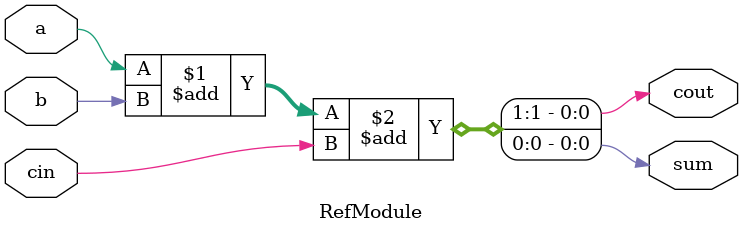
<source format=sv>

module RefModule (
  input a,
  input b,
  input cin,
  output cout,
  output sum
);

  assign {cout, sum} = a+b+cin;

endmodule


</source>
